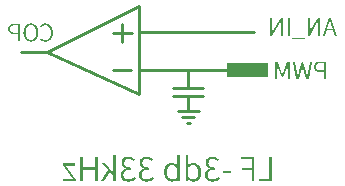
<source format=gbo>
G04 Layer: BottomSilkLayer*
G04 EasyEDA v6.4.25, 2021-11-17T17:00:31+08:00*
G04 7b095086feb547ebadca5fbbb004fff0,8eccfb12f3aa458fbbe36a5a93572a72,10*
G04 Gerber Generator version 0.2*
G04 Scale: 100 percent, Rotated: No, Reflected: No *
G04 Dimensions in millimeters *
G04 leading zeros omitted , absolute positions ,4 integer and 5 decimal *
%FSLAX45Y45*%
%MOMM*%

%ADD10C,0.2540*%

%LPD*%
G36*
X2775458Y-511556D02*
G01*
X2775458Y-660400D01*
X2792984Y-660400D01*
X2848864Y-564134D01*
X2865120Y-533654D01*
X2866136Y-533654D01*
X2864713Y-555955D01*
X2864256Y-567334D01*
X2864104Y-578866D01*
X2864104Y-660400D01*
X2879852Y-660400D01*
X2879852Y-511556D01*
X2862580Y-511556D01*
X2806192Y-608076D01*
X2790190Y-638556D01*
X2789174Y-638556D01*
X2790698Y-615391D01*
X2791256Y-603656D01*
X2791460Y-592074D01*
X2791460Y-511556D01*
G37*
G36*
X2921254Y-511556D02*
G01*
X2921254Y-660400D01*
X2938272Y-660400D01*
X2938272Y-511556D01*
G37*
G36*
X3092704Y-511556D02*
G01*
X3092704Y-660400D01*
X3110230Y-660400D01*
X3166110Y-564134D01*
X3182366Y-533654D01*
X3183382Y-533654D01*
X3182061Y-555955D01*
X3181400Y-573074D01*
X3181350Y-660400D01*
X3197352Y-660400D01*
X3197352Y-511556D01*
X3180080Y-511556D01*
X3123692Y-608076D01*
X3107690Y-638556D01*
X3106674Y-638556D01*
X3108198Y-615391D01*
X3108756Y-603656D01*
X3108960Y-592074D01*
X3108960Y-511556D01*
G37*
G36*
X3269742Y-511556D02*
G01*
X3239336Y-600202D01*
X3255772Y-600202D01*
X3269538Y-557326D01*
X3278886Y-525780D01*
X3279648Y-525780D01*
X3287166Y-551230D01*
X3292906Y-569823D01*
X3302762Y-600202D01*
X3239336Y-600202D01*
X3218688Y-660400D01*
X3236722Y-660400D01*
X3251453Y-613410D01*
X3307079Y-613410D01*
X3322320Y-660400D01*
X3339084Y-660400D01*
X3288284Y-511556D01*
G37*
G36*
X2961640Y-676910D02*
G01*
X2961640Y-688340D01*
X3069336Y-688340D01*
X3069336Y-676910D01*
G37*
G36*
X2816860Y-879856D02*
G01*
X2816860Y-1028700D01*
X2832608Y-1028700D01*
X2832557Y-937869D01*
X2831541Y-915669D01*
X2830576Y-899668D01*
X2831338Y-899668D01*
X2843022Y-933450D01*
X2872232Y-1013460D01*
X2883662Y-1013460D01*
X2912872Y-933450D01*
X2924810Y-899668D01*
X2925572Y-899668D01*
X2923743Y-932586D01*
X2923540Y-942848D01*
X2923540Y-1028700D01*
X2938780Y-1028700D01*
X2938780Y-879856D01*
X2917952Y-879856D01*
X2888742Y-961136D01*
X2878074Y-992886D01*
X2877058Y-992886D01*
X2866644Y-961136D01*
X2837688Y-879856D01*
G37*
G36*
X2965450Y-879856D02*
G01*
X2996692Y-1028700D01*
X3016504Y-1028700D01*
X3040380Y-935990D01*
X3047746Y-902208D01*
X3048508Y-902208D01*
X3056128Y-935990D01*
X3079496Y-1028700D01*
X3099054Y-1028700D01*
X3131312Y-879856D01*
X3114040Y-879856D01*
X3094126Y-980541D01*
X3088386Y-1010919D01*
X3087624Y-1010919D01*
X3076702Y-962660D01*
X3055620Y-879856D01*
X3039872Y-879856D01*
X3018536Y-962660D01*
X3007614Y-1010919D01*
X3006598Y-1010919D01*
X3000197Y-974547D01*
X2981452Y-879856D01*
G37*
G36*
X3201924Y-879856D02*
G01*
X3195777Y-880008D01*
X3189935Y-880414D01*
X3184347Y-881075D01*
X3179114Y-882091D01*
X3174238Y-883412D01*
X3169666Y-885088D01*
X3165500Y-887069D01*
X3161639Y-889457D01*
X3158236Y-892200D01*
X3155238Y-895299D01*
X3152648Y-898855D01*
X3150514Y-902766D01*
X3148787Y-907186D01*
X3147568Y-912012D01*
X3146806Y-917295D01*
X3146552Y-923036D01*
X3163316Y-923036D01*
X3163620Y-917752D01*
X3164484Y-913079D01*
X3165906Y-909015D01*
X3167888Y-905459D01*
X3170478Y-902462D01*
X3173577Y-899921D01*
X3177336Y-897839D01*
X3181604Y-896264D01*
X3186480Y-895045D01*
X3191916Y-894181D01*
X3197910Y-893724D01*
X3226308Y-893571D01*
X3226308Y-954786D01*
X3203448Y-954786D01*
X3196945Y-954582D01*
X3191052Y-953973D01*
X3185718Y-952957D01*
X3180943Y-951484D01*
X3176778Y-949553D01*
X3173171Y-947216D01*
X3170174Y-944371D01*
X3167684Y-941069D01*
X3165754Y-937310D01*
X3164382Y-933043D01*
X3163570Y-928319D01*
X3163316Y-923036D01*
X3146552Y-923036D01*
X3146806Y-928674D01*
X3147568Y-933907D01*
X3148787Y-938733D01*
X3150463Y-943203D01*
X3152546Y-947318D01*
X3155137Y-951026D01*
X3158083Y-954379D01*
X3161487Y-957376D01*
X3165246Y-960018D01*
X3169361Y-962304D01*
X3173882Y-964184D01*
X3178708Y-965758D01*
X3183839Y-966978D01*
X3189325Y-967841D01*
X3195116Y-968349D01*
X3226308Y-968502D01*
X3226308Y-1028700D01*
X3243072Y-1028700D01*
X3243072Y-879856D01*
G37*
G36*
X748538Y-556615D02*
G01*
X743102Y-556869D01*
X737819Y-557479D01*
X732739Y-558546D01*
X727862Y-560019D01*
X723138Y-561898D01*
X718667Y-564184D01*
X714451Y-566826D01*
X710438Y-569874D01*
X706729Y-573278D01*
X703224Y-577037D01*
X700024Y-581202D01*
X697128Y-585673D01*
X694486Y-590499D01*
X692200Y-595630D01*
X690219Y-601116D01*
X688543Y-606907D01*
X687273Y-613003D01*
X686308Y-619404D01*
X685749Y-626110D01*
X685546Y-633120D01*
X702818Y-633120D01*
X703021Y-626110D01*
X703681Y-619506D01*
X704697Y-613257D01*
X706120Y-607364D01*
X707898Y-601878D01*
X710031Y-596798D01*
X712571Y-592175D01*
X715365Y-587959D01*
X718566Y-584149D01*
X722020Y-580847D01*
X725779Y-578002D01*
X729843Y-575665D01*
X734110Y-573786D01*
X738682Y-572465D01*
X743508Y-571652D01*
X748538Y-571347D01*
X753567Y-571652D01*
X758393Y-572465D01*
X762965Y-573786D01*
X767232Y-575665D01*
X771296Y-578002D01*
X775055Y-580847D01*
X778510Y-584149D01*
X781710Y-587959D01*
X784504Y-592175D01*
X787044Y-596798D01*
X789178Y-601878D01*
X790956Y-607364D01*
X792378Y-613257D01*
X793394Y-619506D01*
X794054Y-626110D01*
X794258Y-633120D01*
X794054Y-640080D01*
X793394Y-646734D01*
X792378Y-653034D01*
X790956Y-658977D01*
X789178Y-664514D01*
X787044Y-669696D01*
X784504Y-674420D01*
X781710Y-678738D01*
X778510Y-682599D01*
X775055Y-686003D01*
X771296Y-688949D01*
X767232Y-691388D01*
X762965Y-693318D01*
X758393Y-694690D01*
X753567Y-695553D01*
X748538Y-695807D01*
X743508Y-695553D01*
X738682Y-694690D01*
X734110Y-693318D01*
X729843Y-691388D01*
X725779Y-688949D01*
X722020Y-686003D01*
X718566Y-682599D01*
X715365Y-678738D01*
X712571Y-674420D01*
X710031Y-669696D01*
X707898Y-664514D01*
X706120Y-658977D01*
X704697Y-653034D01*
X703681Y-646734D01*
X703021Y-640080D01*
X702818Y-633120D01*
X685546Y-633120D01*
X685749Y-640080D01*
X686308Y-646785D01*
X687273Y-653237D01*
X688543Y-659384D01*
X690219Y-665226D01*
X692200Y-670763D01*
X694486Y-675995D01*
X697128Y-680872D01*
X700024Y-685444D01*
X703224Y-689660D01*
X706729Y-693470D01*
X710438Y-696976D01*
X714451Y-700074D01*
X718667Y-702818D01*
X723138Y-705154D01*
X727862Y-707085D01*
X732739Y-708609D01*
X737819Y-709676D01*
X743102Y-710336D01*
X748538Y-710539D01*
X753973Y-710336D01*
X759256Y-709676D01*
X764336Y-708609D01*
X769213Y-707085D01*
X773938Y-705154D01*
X778408Y-702818D01*
X782624Y-700074D01*
X786638Y-696976D01*
X790346Y-693470D01*
X793851Y-689660D01*
X797052Y-685444D01*
X799947Y-680872D01*
X802589Y-675995D01*
X804875Y-670763D01*
X806856Y-665226D01*
X808532Y-659384D01*
X809802Y-653237D01*
X810768Y-646785D01*
X811326Y-640080D01*
X811530Y-633120D01*
X811326Y-626110D01*
X810768Y-619404D01*
X809802Y-613003D01*
X808532Y-606907D01*
X806856Y-601116D01*
X804875Y-595630D01*
X802589Y-590499D01*
X799947Y-585673D01*
X797052Y-581202D01*
X793851Y-577037D01*
X790346Y-573278D01*
X786638Y-569874D01*
X782624Y-566826D01*
X778408Y-564184D01*
X773938Y-561898D01*
X769213Y-560019D01*
X764336Y-558546D01*
X759256Y-557479D01*
X753973Y-556869D01*
G37*
G36*
X868934Y-556615D02*
G01*
X862380Y-557022D01*
X856183Y-558139D01*
X850442Y-559866D01*
X845108Y-562152D01*
X840232Y-564845D01*
X835863Y-567893D01*
X831951Y-571195D01*
X828548Y-574649D01*
X837946Y-585571D01*
X844143Y-579831D01*
X851306Y-575360D01*
X859485Y-572414D01*
X868680Y-571347D01*
X874014Y-571652D01*
X879144Y-572465D01*
X883970Y-573786D01*
X888542Y-575665D01*
X892810Y-578002D01*
X896772Y-580847D01*
X900430Y-584200D01*
X903782Y-587959D01*
X906729Y-592226D01*
X909370Y-596900D01*
X911606Y-601980D01*
X913485Y-607466D01*
X915009Y-613410D01*
X916076Y-619658D01*
X916736Y-626313D01*
X916940Y-633323D01*
X916736Y-640384D01*
X916076Y-647039D01*
X915060Y-653338D01*
X913637Y-659282D01*
X911809Y-664819D01*
X909624Y-669950D01*
X907034Y-674674D01*
X904138Y-678992D01*
X900887Y-682802D01*
X897331Y-686155D01*
X893419Y-689051D01*
X889203Y-691438D01*
X884682Y-693369D01*
X879856Y-694740D01*
X874776Y-695553D01*
X869442Y-695807D01*
X864158Y-695553D01*
X859231Y-694690D01*
X854506Y-693318D01*
X850087Y-691438D01*
X845819Y-689000D01*
X841806Y-686104D01*
X837895Y-682701D01*
X834136Y-678789D01*
X824737Y-689254D01*
X829259Y-694080D01*
X834034Y-698347D01*
X839165Y-702005D01*
X844600Y-705053D01*
X850392Y-707440D01*
X856589Y-709168D01*
X863193Y-710234D01*
X870203Y-710539D01*
X875639Y-710336D01*
X880922Y-709726D01*
X886053Y-708660D01*
X890981Y-707186D01*
X895756Y-705307D01*
X900277Y-703072D01*
X904595Y-700430D01*
X908659Y-697382D01*
X912469Y-693978D01*
X916025Y-690168D01*
X919276Y-686054D01*
X922274Y-681532D01*
X924966Y-676706D01*
X927353Y-671525D01*
X929386Y-665988D01*
X931113Y-660146D01*
X932434Y-653948D01*
X933399Y-647496D01*
X934008Y-640689D01*
X934212Y-633628D01*
X934008Y-626567D01*
X933399Y-619861D01*
X932383Y-613410D01*
X931011Y-607263D01*
X929284Y-601421D01*
X927201Y-595934D01*
X924814Y-590753D01*
X922070Y-585876D01*
X919022Y-581355D01*
X915669Y-577189D01*
X912063Y-573430D01*
X908151Y-569976D01*
X903986Y-566928D01*
X899617Y-564235D01*
X894994Y-561949D01*
X890168Y-560070D01*
X885139Y-558596D01*
X879906Y-557530D01*
X874471Y-556869D01*
G37*
G36*
X611632Y-559155D02*
G01*
X605485Y-559308D01*
X599643Y-559714D01*
X594106Y-560425D01*
X588873Y-561441D01*
X583996Y-562762D01*
X579475Y-564388D01*
X575310Y-566420D01*
X571500Y-568756D01*
X568096Y-571500D01*
X565099Y-574649D01*
X562559Y-578154D01*
X560425Y-582117D01*
X558749Y-586486D01*
X557530Y-591312D01*
X556768Y-596595D01*
X556514Y-602386D01*
X573024Y-602386D01*
X573328Y-597103D01*
X574192Y-592429D01*
X575614Y-588314D01*
X577646Y-584809D01*
X580237Y-581761D01*
X583387Y-579221D01*
X587146Y-577189D01*
X591413Y-575564D01*
X596290Y-574344D01*
X601675Y-573532D01*
X607669Y-573074D01*
X614172Y-572871D01*
X636016Y-572871D01*
X636016Y-634136D01*
X613410Y-634136D01*
X606856Y-633933D01*
X600913Y-633272D01*
X595528Y-632256D01*
X590753Y-630783D01*
X586536Y-628904D01*
X582930Y-626516D01*
X579882Y-623722D01*
X577392Y-620420D01*
X575462Y-616661D01*
X574090Y-612394D01*
X573278Y-607618D01*
X573024Y-602386D01*
X556514Y-602386D01*
X556768Y-607974D01*
X557479Y-613206D01*
X558698Y-618083D01*
X560374Y-622554D01*
X562457Y-626618D01*
X564997Y-630377D01*
X567944Y-633730D01*
X571296Y-636727D01*
X575056Y-639318D01*
X579170Y-641604D01*
X583641Y-643534D01*
X588467Y-645058D01*
X593598Y-646277D01*
X599033Y-647141D01*
X604824Y-647649D01*
X610870Y-647852D01*
X636016Y-647852D01*
X636016Y-707999D01*
X653034Y-707999D01*
X653034Y-559155D01*
G37*
G36*
X1444244Y-1669796D02*
G01*
X1444244Y-1823720D01*
X1443228Y-1823720D01*
X1376934Y-1741424D01*
X1351534Y-1741424D01*
X1401318Y-1802130D01*
X1344422Y-1892300D01*
X1369314Y-1892300D01*
X1414780Y-1817624D01*
X1444244Y-1852168D01*
X1444244Y-1892300D01*
X1466596Y-1892300D01*
X1466596Y-1669796D01*
G37*
G36*
X1984502Y-1669796D02*
G01*
X1984502Y-1731772D01*
X1985772Y-1759204D01*
X1980234Y-1754835D01*
X1974494Y-1750771D01*
X1968550Y-1747113D01*
X1962454Y-1743913D01*
X1956206Y-1741322D01*
X1949856Y-1739290D01*
X1943455Y-1738071D01*
X1937004Y-1737614D01*
X1931212Y-1737817D01*
X1925726Y-1738528D01*
X1920544Y-1739646D01*
X1915617Y-1741170D01*
X1910994Y-1743100D01*
X1906625Y-1745437D01*
X1902561Y-1748180D01*
X1898802Y-1751279D01*
X1895348Y-1754784D01*
X1892147Y-1758645D01*
X1889252Y-1762810D01*
X1886661Y-1767332D01*
X1884375Y-1772208D01*
X1882343Y-1777390D01*
X1880666Y-1782825D01*
X1879295Y-1788617D01*
X1878228Y-1794611D01*
X1877415Y-1800961D01*
X1876958Y-1807514D01*
X1876814Y-1814575D01*
X1900428Y-1814575D01*
X1900580Y-1808327D01*
X1900986Y-1802333D01*
X1901698Y-1796592D01*
X1902714Y-1791157D01*
X1904085Y-1786077D01*
X1905711Y-1781302D01*
X1907692Y-1776882D01*
X1910029Y-1772869D01*
X1912721Y-1769211D01*
X1915769Y-1766011D01*
X1919224Y-1763217D01*
X1923034Y-1760931D01*
X1927250Y-1759102D01*
X1931873Y-1757781D01*
X1936902Y-1756918D01*
X1942338Y-1756664D01*
X1947316Y-1757019D01*
X1952396Y-1758086D01*
X1957527Y-1759813D01*
X1962759Y-1762252D01*
X1968042Y-1765350D01*
X1973427Y-1769110D01*
X1978914Y-1773478D01*
X1984502Y-1778507D01*
X1984502Y-1860296D01*
X1979269Y-1864512D01*
X1974037Y-1867966D01*
X1968906Y-1870811D01*
X1963877Y-1872996D01*
X1959000Y-1874621D01*
X1954377Y-1875739D01*
X1949957Y-1876348D01*
X1945893Y-1876552D01*
X1941068Y-1876298D01*
X1936445Y-1875485D01*
X1931974Y-1874113D01*
X1927758Y-1872284D01*
X1923745Y-1869897D01*
X1919986Y-1867052D01*
X1916531Y-1863750D01*
X1913331Y-1859940D01*
X1910486Y-1855724D01*
X1907895Y-1851050D01*
X1905711Y-1845970D01*
X1903831Y-1840433D01*
X1902358Y-1834540D01*
X1901291Y-1828241D01*
X1900631Y-1821586D01*
X1900428Y-1814575D01*
X1876814Y-1814575D01*
X1877060Y-1821942D01*
X1877720Y-1829206D01*
X1878787Y-1836115D01*
X1880311Y-1842719D01*
X1882190Y-1848916D01*
X1884425Y-1854758D01*
X1887016Y-1860296D01*
X1889963Y-1865426D01*
X1893163Y-1870151D01*
X1896668Y-1874520D01*
X1900428Y-1878482D01*
X1904390Y-1882089D01*
X1908606Y-1885238D01*
X1913026Y-1888032D01*
X1917649Y-1890420D01*
X1922373Y-1892350D01*
X1927301Y-1893874D01*
X1932279Y-1894992D01*
X1937410Y-1895652D01*
X1942592Y-1895856D01*
X1947925Y-1895551D01*
X1953412Y-1894535D01*
X1959000Y-1892960D01*
X1964639Y-1890775D01*
X1970227Y-1888032D01*
X1975713Y-1884730D01*
X1981098Y-1880870D01*
X1986280Y-1876552D01*
X1986788Y-1876552D01*
X1989328Y-1892300D01*
X2007107Y-1892300D01*
X2007107Y-1669796D01*
G37*
G36*
X2059939Y-1669796D02*
G01*
X2059939Y-1855216D01*
X2082546Y-1855216D01*
X2082546Y-1773428D01*
X2087625Y-1769262D01*
X2092502Y-1765757D01*
X2097328Y-1762861D01*
X2102053Y-1760575D01*
X2106726Y-1758797D01*
X2111502Y-1757629D01*
X2116277Y-1756918D01*
X2121154Y-1756664D01*
X2125878Y-1756968D01*
X2130450Y-1757781D01*
X2134870Y-1759204D01*
X2139086Y-1761083D01*
X2143048Y-1763522D01*
X2146808Y-1766417D01*
X2150313Y-1769770D01*
X2153513Y-1773529D01*
X2156409Y-1777695D01*
X2159000Y-1782318D01*
X2161235Y-1787245D01*
X2163114Y-1792579D01*
X2164638Y-1798218D01*
X2165705Y-1804162D01*
X2166366Y-1810359D01*
X2166620Y-1816862D01*
X2166416Y-1823618D01*
X2165908Y-1830070D01*
X2164994Y-1836166D01*
X2163775Y-1841855D01*
X2162200Y-1847138D01*
X2160270Y-1852066D01*
X2157984Y-1856536D01*
X2155393Y-1860600D01*
X2152497Y-1864258D01*
X2149246Y-1867458D01*
X2145741Y-1870202D01*
X2141880Y-1872437D01*
X2137714Y-1874215D01*
X2133244Y-1875485D01*
X2128469Y-1876298D01*
X2123440Y-1876552D01*
X2118055Y-1876196D01*
X2112822Y-1875231D01*
X2107692Y-1873554D01*
X2102612Y-1871218D01*
X2097582Y-1868220D01*
X2092604Y-1864563D01*
X2087575Y-1860194D01*
X2082546Y-1855216D01*
X2059939Y-1855216D01*
X2059939Y-1892300D01*
X2078736Y-1892300D01*
X2080768Y-1874012D01*
X2081530Y-1874012D01*
X2086203Y-1878431D01*
X2091283Y-1882546D01*
X2096668Y-1886305D01*
X2102408Y-1889506D01*
X2108454Y-1892147D01*
X2114804Y-1894179D01*
X2121408Y-1895398D01*
X2128266Y-1895856D01*
X2133854Y-1895652D01*
X2139188Y-1894992D01*
X2144369Y-1893976D01*
X2149246Y-1892503D01*
X2153970Y-1890623D01*
X2158390Y-1888337D01*
X2162606Y-1885696D01*
X2166518Y-1882597D01*
X2170176Y-1879142D01*
X2173579Y-1875332D01*
X2176678Y-1871116D01*
X2179472Y-1866493D01*
X2182012Y-1861566D01*
X2184196Y-1856232D01*
X2186076Y-1850542D01*
X2187651Y-1844497D01*
X2188870Y-1838096D01*
X2189784Y-1831339D01*
X2190292Y-1824278D01*
X2190496Y-1816862D01*
X2190242Y-1809699D01*
X2189581Y-1802841D01*
X2188514Y-1796288D01*
X2186990Y-1789988D01*
X2185111Y-1783994D01*
X2182876Y-1778355D01*
X2180285Y-1773021D01*
X2177338Y-1767992D01*
X2174138Y-1763369D01*
X2170633Y-1759051D01*
X2166874Y-1755089D01*
X2162911Y-1751533D01*
X2158695Y-1748332D01*
X2154275Y-1745538D01*
X2149652Y-1743151D01*
X2144928Y-1741220D01*
X2140000Y-1739646D01*
X2135022Y-1738528D01*
X2129891Y-1737868D01*
X2124710Y-1737614D01*
X2118309Y-1737918D01*
X2112365Y-1738833D01*
X2106828Y-1740306D01*
X2101596Y-1742287D01*
X2096516Y-1744878D01*
X2091588Y-1747926D01*
X2086610Y-1751431D01*
X2081530Y-1755393D01*
X2082546Y-1729232D01*
X2082546Y-1669796D01*
G37*
G36*
X1574038Y-1684020D02*
G01*
X1567840Y-1684223D01*
X1561896Y-1684883D01*
X1556207Y-1685950D01*
X1550822Y-1687423D01*
X1545691Y-1689303D01*
X1540916Y-1691589D01*
X1536446Y-1694281D01*
X1532382Y-1697329D01*
X1528724Y-1700784D01*
X1525422Y-1704593D01*
X1522628Y-1708759D01*
X1520240Y-1713280D01*
X1518361Y-1718157D01*
X1516989Y-1723389D01*
X1516176Y-1728927D01*
X1515872Y-1734820D01*
X1516176Y-1740966D01*
X1517091Y-1746757D01*
X1518564Y-1752193D01*
X1520545Y-1757273D01*
X1523085Y-1761947D01*
X1526082Y-1766265D01*
X1529537Y-1770176D01*
X1533448Y-1773783D01*
X1537716Y-1776984D01*
X1542389Y-1779778D01*
X1547368Y-1782267D01*
X1552702Y-1784350D01*
X1552702Y-1785620D01*
X1546758Y-1787296D01*
X1541068Y-1789480D01*
X1535684Y-1792173D01*
X1530654Y-1795322D01*
X1525981Y-1799031D01*
X1521815Y-1803196D01*
X1518107Y-1807870D01*
X1514957Y-1813001D01*
X1512468Y-1818538D01*
X1510588Y-1824583D01*
X1509420Y-1831035D01*
X1509014Y-1837943D01*
X1509318Y-1844548D01*
X1510284Y-1850796D01*
X1511858Y-1856689D01*
X1514043Y-1862226D01*
X1516684Y-1867357D01*
X1519885Y-1872132D01*
X1523593Y-1876501D01*
X1527708Y-1880412D01*
X1532280Y-1883968D01*
X1537208Y-1887067D01*
X1542491Y-1889709D01*
X1548130Y-1891893D01*
X1554022Y-1893620D01*
X1560220Y-1894839D01*
X1566672Y-1895602D01*
X1573276Y-1895856D01*
X1580946Y-1895602D01*
X1588160Y-1894789D01*
X1594916Y-1893468D01*
X1601266Y-1891792D01*
X1607108Y-1889658D01*
X1612595Y-1887220D01*
X1617726Y-1884476D01*
X1622450Y-1881479D01*
X1626819Y-1878279D01*
X1630883Y-1874926D01*
X1638046Y-1867916D01*
X1626362Y-1853184D01*
X1621688Y-1857705D01*
X1616659Y-1862023D01*
X1611172Y-1866036D01*
X1605127Y-1869541D01*
X1598523Y-1872538D01*
X1591259Y-1874824D01*
X1583283Y-1876298D01*
X1574546Y-1876806D01*
X1568551Y-1876501D01*
X1562811Y-1875586D01*
X1557477Y-1874062D01*
X1552549Y-1871929D01*
X1548028Y-1869287D01*
X1543964Y-1866087D01*
X1540459Y-1862429D01*
X1537462Y-1858213D01*
X1535074Y-1853539D01*
X1533347Y-1848459D01*
X1532229Y-1842871D01*
X1531874Y-1836928D01*
X1532077Y-1832305D01*
X1532686Y-1827885D01*
X1533804Y-1823720D01*
X1535328Y-1819706D01*
X1537309Y-1815998D01*
X1539849Y-1812543D01*
X1542897Y-1809343D01*
X1546453Y-1806397D01*
X1550568Y-1803806D01*
X1555292Y-1801469D01*
X1560576Y-1799488D01*
X1566468Y-1797812D01*
X1573022Y-1796491D01*
X1580235Y-1795525D01*
X1588109Y-1794967D01*
X1596644Y-1794764D01*
X1596644Y-1776984D01*
X1586534Y-1776628D01*
X1577594Y-1775561D01*
X1569669Y-1773834D01*
X1562811Y-1771548D01*
X1556918Y-1768652D01*
X1551940Y-1765249D01*
X1547876Y-1761337D01*
X1544624Y-1757019D01*
X1542186Y-1752346D01*
X1540510Y-1747316D01*
X1539544Y-1741932D01*
X1539240Y-1736343D01*
X1539849Y-1729130D01*
X1541729Y-1722628D01*
X1544726Y-1716887D01*
X1548841Y-1712010D01*
X1554022Y-1708048D01*
X1560118Y-1705102D01*
X1567180Y-1703273D01*
X1575054Y-1702562D01*
X1581251Y-1703019D01*
X1587246Y-1704187D01*
X1592986Y-1706016D01*
X1598523Y-1708454D01*
X1603806Y-1711401D01*
X1608785Y-1714804D01*
X1613560Y-1718665D01*
X1617980Y-1722882D01*
X1630426Y-1708150D01*
X1622704Y-1701596D01*
X1614373Y-1695805D01*
X1610004Y-1693214D01*
X1605483Y-1690928D01*
X1600758Y-1688947D01*
X1595831Y-1687220D01*
X1590700Y-1685848D01*
X1585366Y-1684832D01*
X1579829Y-1684223D01*
G37*
G36*
X1727454Y-1684020D02*
G01*
X1721256Y-1684223D01*
X1715312Y-1684883D01*
X1709623Y-1685950D01*
X1704238Y-1687423D01*
X1699107Y-1689303D01*
X1694332Y-1691589D01*
X1689862Y-1694281D01*
X1685798Y-1697329D01*
X1682140Y-1700784D01*
X1678838Y-1704593D01*
X1676044Y-1708759D01*
X1673656Y-1713280D01*
X1671777Y-1718157D01*
X1670405Y-1723389D01*
X1669592Y-1728927D01*
X1669288Y-1734820D01*
X1669592Y-1740966D01*
X1670507Y-1746757D01*
X1671980Y-1752193D01*
X1673961Y-1757273D01*
X1676501Y-1761947D01*
X1679498Y-1766265D01*
X1682902Y-1770176D01*
X1686763Y-1773783D01*
X1691030Y-1776984D01*
X1695653Y-1779778D01*
X1700631Y-1782267D01*
X1705864Y-1784350D01*
X1705864Y-1785620D01*
X1699971Y-1787296D01*
X1694332Y-1789480D01*
X1688998Y-1792173D01*
X1683969Y-1795322D01*
X1679346Y-1799031D01*
X1675180Y-1803196D01*
X1671523Y-1807870D01*
X1668373Y-1813001D01*
X1665833Y-1818538D01*
X1664004Y-1824583D01*
X1662836Y-1831035D01*
X1662430Y-1837943D01*
X1662734Y-1844548D01*
X1663700Y-1850796D01*
X1665274Y-1856689D01*
X1667459Y-1862226D01*
X1670100Y-1867357D01*
X1673301Y-1872132D01*
X1677009Y-1876501D01*
X1681124Y-1880412D01*
X1685696Y-1883968D01*
X1690624Y-1887067D01*
X1695907Y-1889709D01*
X1701546Y-1891893D01*
X1707438Y-1893620D01*
X1713636Y-1894839D01*
X1720088Y-1895602D01*
X1726692Y-1895856D01*
X1734362Y-1895602D01*
X1741576Y-1894789D01*
X1748332Y-1893468D01*
X1754682Y-1891792D01*
X1760524Y-1889658D01*
X1766011Y-1887220D01*
X1771142Y-1884476D01*
X1775866Y-1881479D01*
X1780235Y-1878279D01*
X1784299Y-1874926D01*
X1791462Y-1867916D01*
X1779778Y-1853184D01*
X1775104Y-1857705D01*
X1770075Y-1862023D01*
X1764588Y-1866036D01*
X1758543Y-1869541D01*
X1751939Y-1872538D01*
X1744675Y-1874824D01*
X1736699Y-1876298D01*
X1727962Y-1876806D01*
X1721916Y-1876501D01*
X1716176Y-1875586D01*
X1710791Y-1874062D01*
X1705813Y-1871929D01*
X1701342Y-1869287D01*
X1697278Y-1866087D01*
X1693773Y-1862429D01*
X1690827Y-1858213D01*
X1688439Y-1853539D01*
X1686712Y-1848459D01*
X1685645Y-1842871D01*
X1685289Y-1836928D01*
X1685493Y-1832305D01*
X1686102Y-1827885D01*
X1687220Y-1823720D01*
X1688744Y-1819706D01*
X1690725Y-1815998D01*
X1693265Y-1812543D01*
X1696313Y-1809343D01*
X1699869Y-1806397D01*
X1703984Y-1803806D01*
X1708708Y-1801469D01*
X1713992Y-1799488D01*
X1719884Y-1797812D01*
X1726438Y-1796491D01*
X1733651Y-1795525D01*
X1741525Y-1794967D01*
X1750060Y-1794764D01*
X1750060Y-1776984D01*
X1739950Y-1776628D01*
X1731010Y-1775561D01*
X1723085Y-1773834D01*
X1716227Y-1771548D01*
X1710334Y-1768652D01*
X1705356Y-1765249D01*
X1701292Y-1761337D01*
X1698040Y-1757019D01*
X1695602Y-1752346D01*
X1693925Y-1747316D01*
X1692960Y-1741932D01*
X1692656Y-1736343D01*
X1693265Y-1729130D01*
X1695145Y-1722628D01*
X1698142Y-1716887D01*
X1702257Y-1712010D01*
X1707388Y-1708048D01*
X1713433Y-1705102D01*
X1720392Y-1703273D01*
X1728216Y-1702562D01*
X1734413Y-1703019D01*
X1740407Y-1704187D01*
X1746250Y-1706016D01*
X1751787Y-1708454D01*
X1757121Y-1711401D01*
X1762201Y-1714804D01*
X1766925Y-1718665D01*
X1771396Y-1722882D01*
X1783842Y-1708150D01*
X1776120Y-1701596D01*
X1772056Y-1698599D01*
X1763420Y-1693214D01*
X1758899Y-1690928D01*
X1754174Y-1688947D01*
X1749247Y-1687220D01*
X1744116Y-1685848D01*
X1738782Y-1684832D01*
X1733245Y-1684223D01*
G37*
G36*
X2286508Y-1684020D02*
G01*
X2280310Y-1684223D01*
X2274366Y-1684883D01*
X2268677Y-1685950D01*
X2263292Y-1687423D01*
X2258161Y-1689303D01*
X2253386Y-1691589D01*
X2248916Y-1694281D01*
X2244852Y-1697329D01*
X2241194Y-1700784D01*
X2237892Y-1704593D01*
X2235098Y-1708759D01*
X2232710Y-1713280D01*
X2230831Y-1718157D01*
X2229459Y-1723389D01*
X2228646Y-1728927D01*
X2228342Y-1734820D01*
X2228646Y-1740966D01*
X2229561Y-1746757D01*
X2231034Y-1752193D01*
X2233015Y-1757273D01*
X2235555Y-1761947D01*
X2238552Y-1766265D01*
X2242007Y-1770176D01*
X2245918Y-1773783D01*
X2250186Y-1776984D01*
X2254859Y-1779778D01*
X2259838Y-1782267D01*
X2265172Y-1784350D01*
X2265172Y-1785620D01*
X2259228Y-1787296D01*
X2253538Y-1789480D01*
X2248154Y-1792173D01*
X2243124Y-1795322D01*
X2238451Y-1799031D01*
X2234285Y-1803196D01*
X2230577Y-1807870D01*
X2227427Y-1813001D01*
X2224938Y-1818538D01*
X2223058Y-1824583D01*
X2221890Y-1831035D01*
X2221484Y-1837943D01*
X2221788Y-1844548D01*
X2222754Y-1850796D01*
X2224328Y-1856689D01*
X2226513Y-1862226D01*
X2229154Y-1867357D01*
X2232355Y-1872132D01*
X2236063Y-1876501D01*
X2240178Y-1880412D01*
X2244750Y-1883968D01*
X2249678Y-1887067D01*
X2254961Y-1889709D01*
X2260600Y-1891893D01*
X2266492Y-1893620D01*
X2272690Y-1894839D01*
X2279142Y-1895602D01*
X2285746Y-1895856D01*
X2293416Y-1895602D01*
X2300630Y-1894789D01*
X2307386Y-1893468D01*
X2313736Y-1891792D01*
X2319578Y-1889658D01*
X2325065Y-1887220D01*
X2330196Y-1884476D01*
X2334920Y-1881479D01*
X2339289Y-1878279D01*
X2343353Y-1874926D01*
X2350516Y-1867916D01*
X2338832Y-1853184D01*
X2334158Y-1857705D01*
X2329129Y-1862023D01*
X2323642Y-1866036D01*
X2317597Y-1869541D01*
X2310993Y-1872538D01*
X2303729Y-1874824D01*
X2295753Y-1876298D01*
X2287016Y-1876806D01*
X2281021Y-1876501D01*
X2275281Y-1875586D01*
X2269947Y-1874062D01*
X2265019Y-1871929D01*
X2260498Y-1869287D01*
X2256434Y-1866087D01*
X2252929Y-1862429D01*
X2249932Y-1858213D01*
X2247544Y-1853539D01*
X2245817Y-1848459D01*
X2244699Y-1842871D01*
X2244344Y-1836928D01*
X2244547Y-1832305D01*
X2245156Y-1827885D01*
X2246274Y-1823720D01*
X2247798Y-1819706D01*
X2249779Y-1815998D01*
X2252319Y-1812543D01*
X2255367Y-1809343D01*
X2258923Y-1806397D01*
X2263038Y-1803806D01*
X2267762Y-1801469D01*
X2273046Y-1799488D01*
X2278938Y-1797812D01*
X2285492Y-1796491D01*
X2292705Y-1795525D01*
X2300579Y-1794967D01*
X2309114Y-1794764D01*
X2309114Y-1776984D01*
X2299004Y-1776628D01*
X2290064Y-1775561D01*
X2282139Y-1773834D01*
X2275281Y-1771548D01*
X2269388Y-1768652D01*
X2264410Y-1765249D01*
X2260346Y-1761337D01*
X2257094Y-1757019D01*
X2254656Y-1752346D01*
X2252980Y-1747316D01*
X2252014Y-1741932D01*
X2251710Y-1736343D01*
X2252319Y-1729130D01*
X2254199Y-1722628D01*
X2257196Y-1716887D01*
X2261311Y-1712010D01*
X2266492Y-1708048D01*
X2272588Y-1705102D01*
X2279650Y-1703273D01*
X2287524Y-1702562D01*
X2293721Y-1703019D01*
X2299716Y-1704187D01*
X2305456Y-1706016D01*
X2310993Y-1708454D01*
X2316276Y-1711401D01*
X2321255Y-1714804D01*
X2326030Y-1718665D01*
X2330450Y-1722882D01*
X2342896Y-1708150D01*
X2335174Y-1701596D01*
X2326843Y-1695805D01*
X2322474Y-1693214D01*
X2317953Y-1690928D01*
X2313228Y-1688947D01*
X2308301Y-1687220D01*
X2303170Y-1685848D01*
X2297836Y-1684832D01*
X2292299Y-1684223D01*
G37*
G36*
X1167892Y-1687830D02*
G01*
X1167892Y-1892300D01*
X1191006Y-1892300D01*
X1191006Y-1794510D01*
X1289558Y-1794510D01*
X1289558Y-1892300D01*
X1312926Y-1892300D01*
X1312926Y-1687830D01*
X1289558Y-1687830D01*
X1289558Y-1774443D01*
X1191006Y-1774443D01*
X1191006Y-1687830D01*
G37*
G36*
X2525014Y-1687830D02*
G01*
X2525014Y-1707388D01*
X2617978Y-1707388D01*
X2617978Y-1779524D01*
X2539238Y-1779524D01*
X2539238Y-1799082D01*
X2617978Y-1799082D01*
X2617978Y-1892300D01*
X2641092Y-1892300D01*
X2641092Y-1687830D01*
G37*
G36*
X2767838Y-1687830D02*
G01*
X2767838Y-1872742D01*
X2677160Y-1872742D01*
X2677160Y-1892300D01*
X2790952Y-1892300D01*
X2790952Y-1687830D01*
G37*
G36*
X1019556Y-1741424D02*
G01*
X1019556Y-1753362D01*
X1101344Y-1873504D01*
X1017016Y-1873504D01*
X1017016Y-1892300D01*
X1130046Y-1892300D01*
X1130046Y-1880107D01*
X1048258Y-1760220D01*
X1121156Y-1760220D01*
X1121156Y-1741424D01*
G37*
G36*
X2371344Y-1805432D02*
G01*
X2371344Y-1823212D01*
X2441956Y-1823212D01*
X2441956Y-1805432D01*
G37*
D10*
X908050Y-796925D02*
G01*
X665609Y-796925D01*
X1663712Y-406400D02*
G01*
X1663712Y-1155700D01*
X882650Y-796925D01*
X1663712Y-406400D01*
X1663712Y-630565D02*
G01*
X2641600Y-630565D01*
X1663712Y-951402D02*
G01*
X2413000Y-952500D01*
X1955800Y-1104900D02*
G01*
X2209800Y-1104900D01*
X1955800Y-1168400D02*
G01*
X2209800Y-1168400D01*
X2070100Y-1397000D02*
G01*
X2095500Y-1397000D01*
X2032000Y-1346200D02*
G01*
X2133600Y-1346200D01*
X1993900Y-1295400D02*
G01*
X2171700Y-1295400D01*
X2081659Y-1168400D02*
G01*
X2081659Y-1295400D01*
X2081349Y-951979D02*
G01*
X2082800Y-1092200D01*
X1606562Y-635000D02*
G01*
X1441462Y-635000D01*
X1524012Y-558800D02*
G01*
X1524012Y-711200D01*
X1600212Y-952500D02*
G01*
X1447812Y-952500D01*
G36*
X2413000Y-889000D02*
G01*
X2755900Y-889000D01*
X2755900Y-1009650D01*
X2413000Y-1009650D01*
G37*
M02*

</source>
